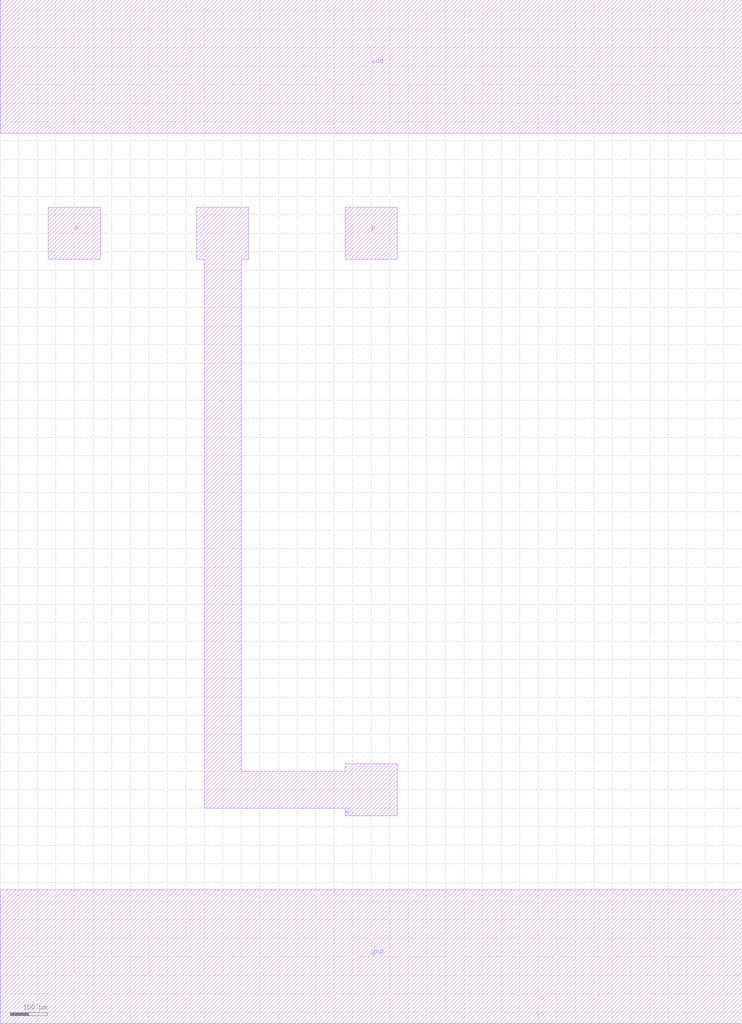
<source format=lef>
MACRO XOR2
 CLASS CORE ;
 ORIGIN 0 0 ;
 FOREIGN XOR2 0 0 ;
 SITE CORE ;
 SYMMETRY X Y R90 ;
  PIN vdd
   DIRECTION INOUT ;
   USE SIGNAL ;
   SHAPE ABUTMENT ;
    PORT
     CLASS CORE ;
       LAYER metal2 ;
        RECT 0.00000000 2220.00000000 2000.00000000 2580.00000000 ;
    END
  END vdd

  PIN gnd
   DIRECTION INOUT ;
   USE SIGNAL ;
   SHAPE ABUTMENT ;
    PORT
     CLASS CORE ;
       LAYER metal2 ;
        RECT 0.00000000 -180.00000000 2000.00000000 180.00000000 ;
    END
  END gnd

  PIN B
   DIRECTION INOUT ;
   USE SIGNAL ;
   SHAPE ABUTMENT ;
    PORT
     CLASS CORE ;
       LAYER metal2 ;
        RECT 930.00000000 1880.00000000 1070.00000000 2020.00000000 ;
    END
  END B

  PIN A
   DIRECTION INOUT ;
   USE SIGNAL ;
   SHAPE ABUTMENT ;
    PORT
     CLASS CORE ;
       LAYER metal2 ;
        RECT 130.00000000 1880.00000000 270.00000000 2020.00000000 ;
    END
  END A

  PIN Z
   DIRECTION INOUT ;
   USE SIGNAL ;
   SHAPE ABUTMENT ;
    PORT
     CLASS CORE ;
       LAYER metal2 ;
        POLYGON 930.00000000 380.00000000 930.00000000 400.00000000 550.00000000 400.00000000 550.00000000 1880.00000000 530.00000000 1880.00000000 530.00000000 2020.00000000 670.00000000 2020.00000000 670.00000000 1880.00000000 650.00000000 1880.00000000 650.00000000 500.00000000 930.00000000 500.00000000 930.00000000 520.00000000 1070.00000000 520.00000000 1070.00000000 380.00000000 ;
    END
  END Z


END XOR2

</source>
